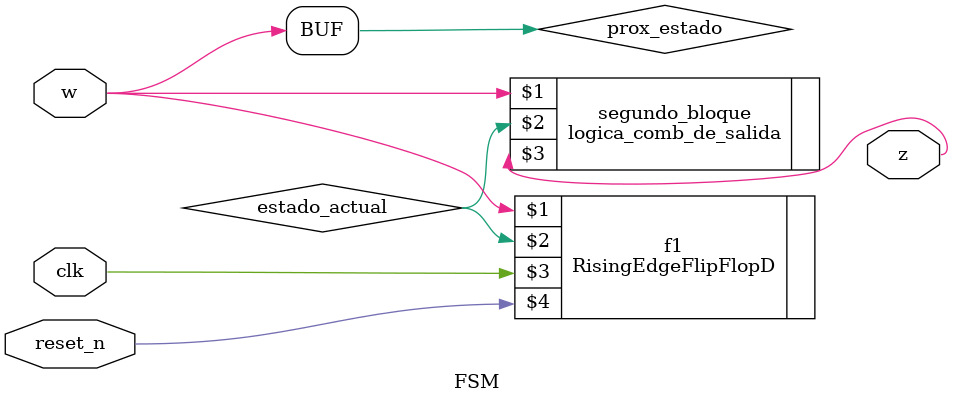
<source format=v>


module FSM(
    w,
    z,
    clk,
    reset_n
);
input clk; //Entrada de clock
input reset_n; //Entrada de reset
input w; //entrada de la FSM
output z; //salida de la FSM
wire estado_actual;
wire prox_estado = w;

RisingEdgeFlipFlopD f1(prox_estado,estado_actual,clk,reset_n);
logica_comb_de_salida segundo_bloque(w,estado_actual,z);

endmodule 
</source>
